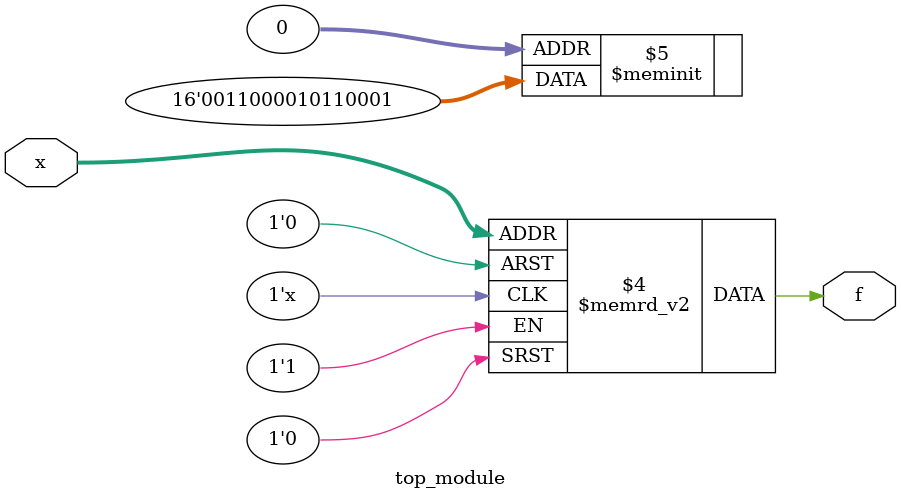
<source format=sv>
module top_module (
	input [4:1] x,
	output logic f
);

always_comb begin
	case (x)
		4'b0000: f = 1;
		4'b0010: f = 0;
		4'b0011: f = 0;
		4'b0100: f = 1;
		4'b0101: f = 1;
		4'b0110: f = 0;
		4'b0111: f = 1;
		4'b1100: f = 1;
		4'b1101: f = 1;
		4'b1110: f = 0;
		4'b1111: f = 0;
		default: f = 0;
	endcase
end

endmodule

</source>
